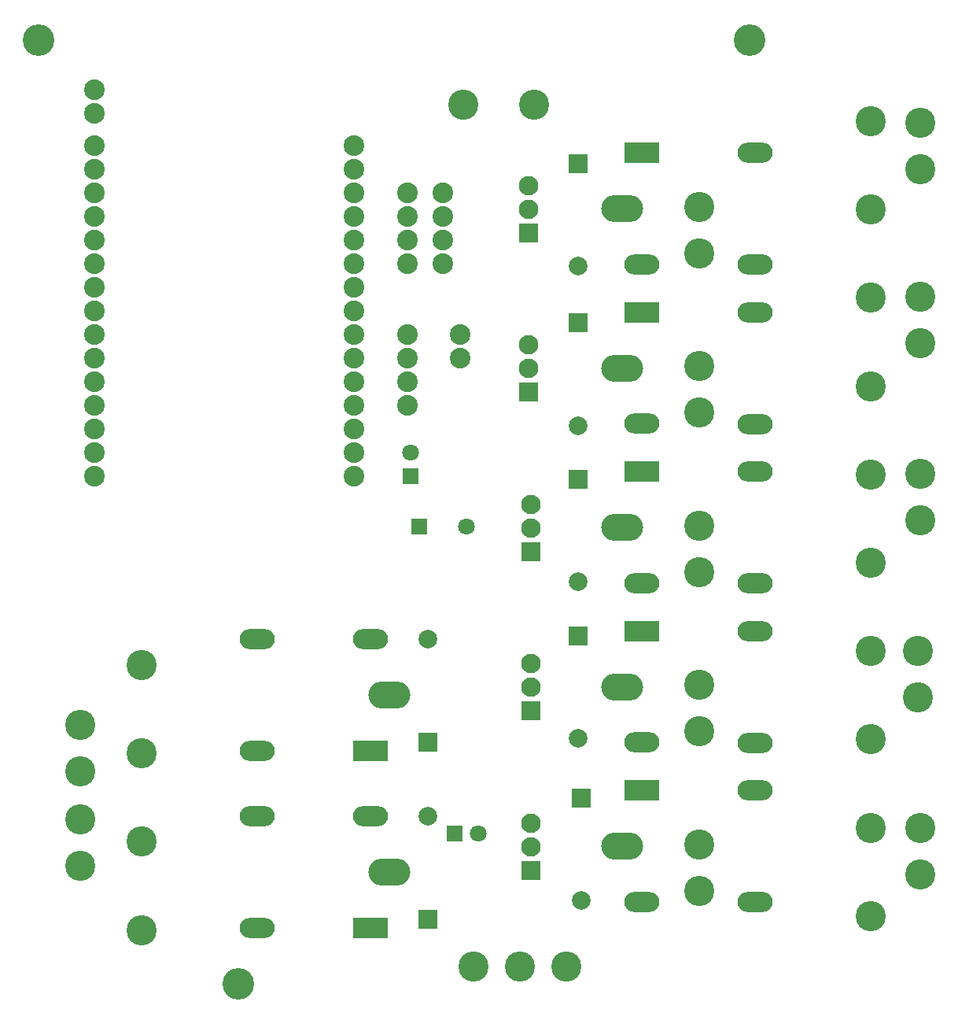
<source format=gbr>
G04 DipTrace 3.3.1.3*
G04 TopMask.gbr*
%MOMM*%
G04 #@! TF.FileFunction,Soldermask,Top*
G04 #@! TF.Part,Single*
%ADD23R,1.8X1.8*%
%ADD42C,3.4*%
%ADD55C,2.232*%
%ADD61C,2.1*%
%ADD63R,2.1X2.1*%
%ADD67O,4.505X2.905*%
%ADD69R,3.781X2.181*%
%ADD71O,3.781X2.181*%
%ADD75C,2.232*%
%ADD77C,2.0*%
%ADD79R,2.0X2.0*%
%ADD81C,1.8*%
%ADD85C,3.248*%
%FSLAX35Y35*%
G04*
G71*
G90*
G75*
G01*
G04 TopMask*
%LPD*%
D85*
X7032500Y1539750D3*
X6534660D3*
X6034280D3*
D81*
X5953000Y6270500D3*
D23*
X5445000D3*
X5349750Y6810250D3*
D81*
Y7064250D3*
D23*
X5826000Y2968500D3*
D81*
X6080000D3*
D79*
X7159500Y10175750D3*
D77*
Y9070750D3*
D79*
Y8461250D3*
D77*
Y7356250D3*
D79*
Y6778500D3*
D77*
Y5673500D3*
D79*
Y5095750D3*
D77*
Y3990750D3*
D79*
X7191250Y3349500D3*
D77*
Y2244500D3*
D79*
X5540250Y3952750D3*
D77*
Y5057750D3*
D79*
Y2047750D3*
D77*
Y3152750D3*
D75*
X5318000Y8334250D3*
Y8080250D3*
Y7826250D3*
Y7572250D3*
X5699000Y9858250D3*
Y9604250D3*
Y9350250D3*
Y9096250D3*
D42*
X1350000Y11500000D3*
X3500000Y1350000D3*
X9000000Y11500000D3*
D71*
X9064500Y10286873D3*
Y9087993D3*
D69*
X7845293Y10286833D3*
D71*
Y9088033D3*
D67*
X7634493Y9687433D3*
D71*
X9064500Y8572373D3*
Y7373493D3*
D69*
X7845293Y8572333D3*
D71*
Y7373533D3*
D67*
X7634493Y7972933D3*
D71*
X9064500Y6857873D3*
Y5658993D3*
D69*
X7845293Y6857833D3*
D71*
Y5659033D3*
D67*
X7634493Y6258433D3*
D71*
X9064500Y5143377D3*
Y3944497D3*
D69*
X7845293Y5143337D3*
D71*
Y3944537D3*
D67*
X7634493Y4543937D3*
D71*
X9064500Y3428877D3*
Y2229997D3*
D69*
X7845293Y3428837D3*
D71*
Y2230037D3*
D67*
X7634493Y2829437D3*
D71*
X3698750Y3857500D3*
Y5056380D3*
D69*
X4917957Y3857540D3*
D71*
Y5056340D3*
D67*
X5128757Y4456940D3*
D71*
X3698750Y1952500D3*
Y3151380D3*
D69*
X4917957Y1952540D3*
D71*
Y3151340D3*
D67*
X5128757Y2551940D3*
D75*
X5318000Y9858250D3*
Y9604250D3*
Y9350250D3*
Y9096250D3*
D85*
X6683250Y10810750D3*
X5921250D3*
D63*
X6619750Y9429623D3*
D61*
Y9683623D3*
Y9937623D3*
D63*
Y7715123D3*
D61*
Y7969123D3*
Y8223123D3*
D63*
X6651500Y6000623D3*
D61*
Y6254623D3*
Y6508623D3*
D63*
Y4286127D3*
D61*
Y4540127D3*
Y4794127D3*
D63*
Y2571627D3*
D61*
Y2825627D3*
Y3079627D3*
D85*
X2460500Y4778250D3*
Y3828250D3*
Y2878250D3*
Y1928250D3*
D75*
X1952500Y10969500D3*
Y10715500D3*
D55*
Y9604250D3*
Y9858250D3*
Y10112250D3*
Y10366250D3*
X4746500Y9604250D3*
Y9858250D3*
Y10112250D3*
Y10366250D3*
X1952500Y9350250D3*
Y9096250D3*
Y8842250D3*
X4746500Y9350250D3*
Y9096250D3*
Y8842250D3*
X1952500Y8588250D3*
Y8334250D3*
Y8080250D3*
Y7826250D3*
Y7572250D3*
Y7318250D3*
Y7064250D3*
Y6810250D3*
X4746500Y8588250D3*
Y8334250D3*
Y8080250D3*
Y7826250D3*
Y7572250D3*
Y7318250D3*
Y7064250D3*
Y6810250D3*
D85*
X10302750Y2079500D3*
Y3029500D3*
Y3979500D3*
Y4929500D3*
Y5879500D3*
Y6829500D3*
Y7779500D3*
Y8729500D3*
Y9679500D3*
Y10629500D3*
X10842500Y10112250D3*
Y10612250D3*
Y8239000D3*
Y8739000D3*
Y6334000D3*
Y6834000D3*
D75*
X5889500Y8080250D3*
Y8334250D3*
D85*
X10810750Y4429000D3*
Y4929000D3*
X10842500Y2524000D3*
Y3024000D3*
X8461250Y9207373D3*
Y9707373D3*
Y7492877D3*
Y7992877D3*
Y5778377D3*
Y6278377D3*
Y4063877D3*
Y4563877D3*
Y2349373D3*
Y2849373D3*
X1793750Y3635250D3*
Y4135250D3*
Y2619250D3*
Y3119250D3*
M02*

</source>
